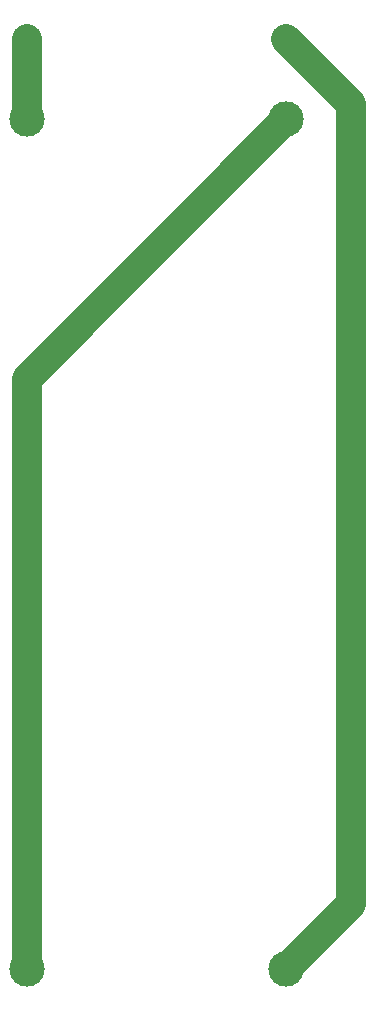
<source format=gbr>
G04 start of page 3 for group 5 idx 5 *
G04 Title: (unknown), bottom *
G04 Creator: pcb 20140316 *
G04 CreationDate: Tue 28 Aug 2018 07:02:52 AM GMT UTC *
G04 For: cwispell *
G04 Format: Gerber/RS-274X *
G04 PCB-Dimensions (mil): 1692.91 3622.05 *
G04 PCB-Coordinate-Origin: lower left *
%MOIN*%
%FSLAX25Y25*%
%LNBOTTOM*%
%ADD20C,0.0350*%
%ADD19C,0.0787*%
%ADD18C,0.0600*%
%ADD17C,0.1181*%
%ADD16C,0.0984*%
G54D16*X150591Y61024D02*X128937Y39370D01*
X150591Y327756D02*Y61024D01*
X128937Y349409D02*X150591Y327756D01*
X42323Y322835D02*Y349409D01*
Y236220D02*X128937Y322835D01*
X42323Y39370D02*Y236220D01*
G54D17*Y39370D03*
X128937D03*
G54D18*Y349409D03*
X42323D03*
G54D17*X128937Y322835D03*
X42323D03*
G54D19*G54D20*G54D19*M02*

</source>
